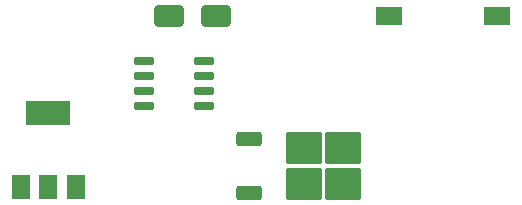
<source format=gbr>
%TF.GenerationSoftware,KiCad,Pcbnew,7.0.0*%
%TF.CreationDate,2023-09-15T14:52:37+08:00*%
%TF.ProjectId,OpenNixie,4f70656e-4e69-4786-9965-2e6b69636164,v3.0*%
%TF.SameCoordinates,Original*%
%TF.FileFunction,Paste,Top*%
%TF.FilePolarity,Positive*%
%FSLAX46Y46*%
G04 Gerber Fmt 4.6, Leading zero omitted, Abs format (unit mm)*
G04 Created by KiCad (PCBNEW 7.0.0) date 2023-09-15 14:52:37*
%MOMM*%
%LPD*%
G01*
G04 APERTURE LIST*
G04 Aperture macros list*
%AMRoundRect*
0 Rectangle with rounded corners*
0 $1 Rounding radius*
0 $2 $3 $4 $5 $6 $7 $8 $9 X,Y pos of 4 corners*
0 Add a 4 corners polygon primitive as box body*
4,1,4,$2,$3,$4,$5,$6,$7,$8,$9,$2,$3,0*
0 Add four circle primitives for the rounded corners*
1,1,$1+$1,$2,$3*
1,1,$1+$1,$4,$5*
1,1,$1+$1,$6,$7*
1,1,$1+$1,$8,$9*
0 Add four rect primitives between the rounded corners*
20,1,$1+$1,$2,$3,$4,$5,0*
20,1,$1+$1,$4,$5,$6,$7,0*
20,1,$1+$1,$6,$7,$8,$9,0*
20,1,$1+$1,$8,$9,$2,$3,0*%
G04 Aperture macros list end*
%ADD10RoundRect,0.250000X-1.000000X-0.650000X1.000000X-0.650000X1.000000X0.650000X-1.000000X0.650000X0*%
%ADD11RoundRect,0.250000X-0.850000X-0.350000X0.850000X-0.350000X0.850000X0.350000X-0.850000X0.350000X0*%
%ADD12RoundRect,0.250000X-1.275000X-1.125000X1.275000X-1.125000X1.275000X1.125000X-1.275000X1.125000X0*%
%ADD13RoundRect,0.150000X-0.725000X-0.150000X0.725000X-0.150000X0.725000X0.150000X-0.725000X0.150000X0*%
%ADD14R,1.500000X2.000000*%
%ADD15R,3.800000X2.000000*%
%ADD16R,2.180000X1.600000*%
G04 APERTURE END LIST*
D10*
%TO.C,D1*%
X105600000Y-73400000D03*
X109600000Y-73400000D03*
%TD*%
D11*
%TO.C,Q2*%
X112400000Y-83840000D03*
D12*
X117025000Y-84595000D03*
X117025000Y-87645000D03*
X120375000Y-84595000D03*
X120375000Y-87645000D03*
D11*
X112400000Y-88400000D03*
%TD*%
D13*
%TO.C,U3*%
X103450000Y-77200000D03*
X103450000Y-78470000D03*
X103450000Y-79740000D03*
X103450000Y-81010000D03*
X108600000Y-81010000D03*
X108600000Y-79740000D03*
X108600000Y-78470000D03*
X108600000Y-77200000D03*
%TD*%
D14*
%TO.C,U1*%
X93099999Y-87949999D03*
X95399999Y-87949999D03*
D15*
X95399999Y-81649999D03*
D14*
X97699999Y-87949999D03*
%TD*%
D16*
%TO.C,SW1*%
X124219999Y-73399999D03*
X133399999Y-73399999D03*
%TD*%
M02*

</source>
